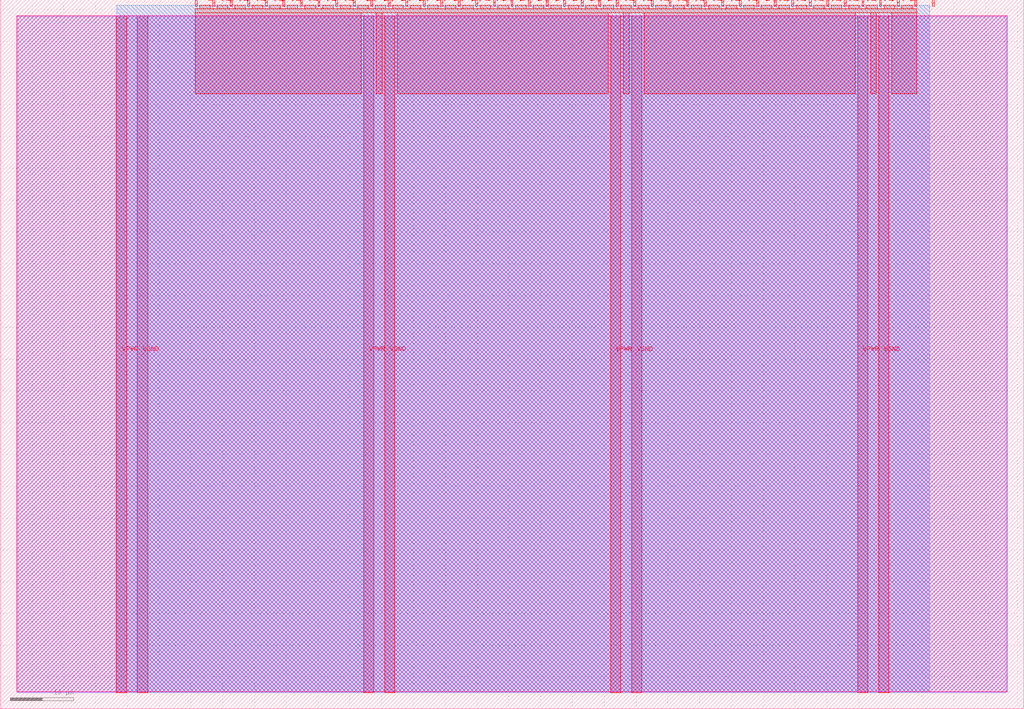
<source format=lef>
VERSION 5.7 ;
  NOWIREEXTENSIONATPIN ON ;
  DIVIDERCHAR "/" ;
  BUSBITCHARS "[]" ;
MACRO tt_um_perceptron_mtchun
  CLASS BLOCK ;
  FOREIGN tt_um_perceptron_mtchun ;
  ORIGIN 0.000 0.000 ;
  SIZE 161.000 BY 111.520 ;
  PIN VGND
    DIRECTION INOUT ;
    USE GROUND ;
    PORT
      LAYER met4 ;
        RECT 21.580 2.480 23.180 109.040 ;
    END
    PORT
      LAYER met4 ;
        RECT 60.450 2.480 62.050 109.040 ;
    END
    PORT
      LAYER met4 ;
        RECT 99.320 2.480 100.920 109.040 ;
    END
    PORT
      LAYER met4 ;
        RECT 138.190 2.480 139.790 109.040 ;
    END
  END VGND
  PIN VPWR
    DIRECTION INOUT ;
    USE POWER ;
    PORT
      LAYER met4 ;
        RECT 18.280 2.480 19.880 109.040 ;
    END
    PORT
      LAYER met4 ;
        RECT 57.150 2.480 58.750 109.040 ;
    END
    PORT
      LAYER met4 ;
        RECT 96.020 2.480 97.620 109.040 ;
    END
    PORT
      LAYER met4 ;
        RECT 134.890 2.480 136.490 109.040 ;
    END
  END VPWR
  PIN clk
    DIRECTION INPUT ;
    USE SIGNAL ;
    ANTENNAGATEAREA 0.852000 ;
    PORT
      LAYER met4 ;
        RECT 143.830 110.520 144.130 111.520 ;
    END
  END clk
  PIN ena
    DIRECTION INPUT ;
    USE SIGNAL ;
    PORT
      LAYER met4 ;
        RECT 146.590 110.520 146.890 111.520 ;
    END
  END ena
  PIN rst_n
    DIRECTION INPUT ;
    USE SIGNAL ;
    ANTENNAGATEAREA 0.213000 ;
    PORT
      LAYER met4 ;
        RECT 141.070 110.520 141.370 111.520 ;
    END
  END rst_n
  PIN ui_in[0]
    DIRECTION INPUT ;
    USE SIGNAL ;
    ANTENNAGATEAREA 0.126000 ;
    PORT
      LAYER met4 ;
        RECT 138.310 110.520 138.610 111.520 ;
    END
  END ui_in[0]
  PIN ui_in[1]
    DIRECTION INPUT ;
    USE SIGNAL ;
    ANTENNAGATEAREA 0.196500 ;
    PORT
      LAYER met4 ;
        RECT 135.550 110.520 135.850 111.520 ;
    END
  END ui_in[1]
  PIN ui_in[2]
    DIRECTION INPUT ;
    USE SIGNAL ;
    ANTENNAGATEAREA 0.196500 ;
    PORT
      LAYER met4 ;
        RECT 132.790 110.520 133.090 111.520 ;
    END
  END ui_in[2]
  PIN ui_in[3]
    DIRECTION INPUT ;
    USE SIGNAL ;
    ANTENNAGATEAREA 0.196500 ;
    PORT
      LAYER met4 ;
        RECT 130.030 110.520 130.330 111.520 ;
    END
  END ui_in[3]
  PIN ui_in[4]
    DIRECTION INPUT ;
    USE SIGNAL ;
    ANTENNAGATEAREA 0.126000 ;
    PORT
      LAYER met4 ;
        RECT 127.270 110.520 127.570 111.520 ;
    END
  END ui_in[4]
  PIN ui_in[5]
    DIRECTION INPUT ;
    USE SIGNAL ;
    ANTENNAGATEAREA 0.196500 ;
    PORT
      LAYER met4 ;
        RECT 124.510 110.520 124.810 111.520 ;
    END
  END ui_in[5]
  PIN ui_in[6]
    DIRECTION INPUT ;
    USE SIGNAL ;
    ANTENNAGATEAREA 0.196500 ;
    PORT
      LAYER met4 ;
        RECT 121.750 110.520 122.050 111.520 ;
    END
  END ui_in[6]
  PIN ui_in[7]
    DIRECTION INPUT ;
    USE SIGNAL ;
    ANTENNAGATEAREA 0.126000 ;
    PORT
      LAYER met4 ;
        RECT 118.990 110.520 119.290 111.520 ;
    END
  END ui_in[7]
  PIN uio_in[0]
    DIRECTION INPUT ;
    USE SIGNAL ;
    PORT
      LAYER met4 ;
        RECT 116.230 110.520 116.530 111.520 ;
    END
  END uio_in[0]
  PIN uio_in[1]
    DIRECTION INPUT ;
    USE SIGNAL ;
    PORT
      LAYER met4 ;
        RECT 113.470 110.520 113.770 111.520 ;
    END
  END uio_in[1]
  PIN uio_in[2]
    DIRECTION INPUT ;
    USE SIGNAL ;
    PORT
      LAYER met4 ;
        RECT 110.710 110.520 111.010 111.520 ;
    END
  END uio_in[2]
  PIN uio_in[3]
    DIRECTION INPUT ;
    USE SIGNAL ;
    PORT
      LAYER met4 ;
        RECT 107.950 110.520 108.250 111.520 ;
    END
  END uio_in[3]
  PIN uio_in[4]
    DIRECTION INPUT ;
    USE SIGNAL ;
    PORT
      LAYER met4 ;
        RECT 105.190 110.520 105.490 111.520 ;
    END
  END uio_in[4]
  PIN uio_in[5]
    DIRECTION INPUT ;
    USE SIGNAL ;
    PORT
      LAYER met4 ;
        RECT 102.430 110.520 102.730 111.520 ;
    END
  END uio_in[5]
  PIN uio_in[6]
    DIRECTION INPUT ;
    USE SIGNAL ;
    PORT
      LAYER met4 ;
        RECT 99.670 110.520 99.970 111.520 ;
    END
  END uio_in[6]
  PIN uio_in[7]
    DIRECTION INPUT ;
    USE SIGNAL ;
    PORT
      LAYER met4 ;
        RECT 96.910 110.520 97.210 111.520 ;
    END
  END uio_in[7]
  PIN uio_oe[0]
    DIRECTION OUTPUT ;
    USE SIGNAL ;
    PORT
      LAYER met4 ;
        RECT 49.990 110.520 50.290 111.520 ;
    END
  END uio_oe[0]
  PIN uio_oe[1]
    DIRECTION OUTPUT ;
    USE SIGNAL ;
    PORT
      LAYER met4 ;
        RECT 47.230 110.520 47.530 111.520 ;
    END
  END uio_oe[1]
  PIN uio_oe[2]
    DIRECTION OUTPUT ;
    USE SIGNAL ;
    PORT
      LAYER met4 ;
        RECT 44.470 110.520 44.770 111.520 ;
    END
  END uio_oe[2]
  PIN uio_oe[3]
    DIRECTION OUTPUT ;
    USE SIGNAL ;
    PORT
      LAYER met4 ;
        RECT 41.710 110.520 42.010 111.520 ;
    END
  END uio_oe[3]
  PIN uio_oe[4]
    DIRECTION OUTPUT ;
    USE SIGNAL ;
    PORT
      LAYER met4 ;
        RECT 38.950 110.520 39.250 111.520 ;
    END
  END uio_oe[4]
  PIN uio_oe[5]
    DIRECTION OUTPUT ;
    USE SIGNAL ;
    PORT
      LAYER met4 ;
        RECT 36.190 110.520 36.490 111.520 ;
    END
  END uio_oe[5]
  PIN uio_oe[6]
    DIRECTION OUTPUT ;
    USE SIGNAL ;
    PORT
      LAYER met4 ;
        RECT 33.430 110.520 33.730 111.520 ;
    END
  END uio_oe[6]
  PIN uio_oe[7]
    DIRECTION OUTPUT ;
    USE SIGNAL ;
    PORT
      LAYER met4 ;
        RECT 30.670 110.520 30.970 111.520 ;
    END
  END uio_oe[7]
  PIN uio_out[0]
    DIRECTION OUTPUT ;
    USE SIGNAL ;
    PORT
      LAYER met4 ;
        RECT 72.070 110.520 72.370 111.520 ;
    END
  END uio_out[0]
  PIN uio_out[1]
    DIRECTION OUTPUT ;
    USE SIGNAL ;
    PORT
      LAYER met4 ;
        RECT 69.310 110.520 69.610 111.520 ;
    END
  END uio_out[1]
  PIN uio_out[2]
    DIRECTION OUTPUT ;
    USE SIGNAL ;
    PORT
      LAYER met4 ;
        RECT 66.550 110.520 66.850 111.520 ;
    END
  END uio_out[2]
  PIN uio_out[3]
    DIRECTION OUTPUT ;
    USE SIGNAL ;
    PORT
      LAYER met4 ;
        RECT 63.790 110.520 64.090 111.520 ;
    END
  END uio_out[3]
  PIN uio_out[4]
    DIRECTION OUTPUT ;
    USE SIGNAL ;
    PORT
      LAYER met4 ;
        RECT 61.030 110.520 61.330 111.520 ;
    END
  END uio_out[4]
  PIN uio_out[5]
    DIRECTION OUTPUT ;
    USE SIGNAL ;
    PORT
      LAYER met4 ;
        RECT 58.270 110.520 58.570 111.520 ;
    END
  END uio_out[5]
  PIN uio_out[6]
    DIRECTION OUTPUT ;
    USE SIGNAL ;
    PORT
      LAYER met4 ;
        RECT 55.510 110.520 55.810 111.520 ;
    END
  END uio_out[6]
  PIN uio_out[7]
    DIRECTION OUTPUT ;
    USE SIGNAL ;
    ANTENNADIFFAREA 0.445500 ;
    PORT
      LAYER met4 ;
        RECT 52.750 110.520 53.050 111.520 ;
    END
  END uio_out[7]
  PIN uo_out[0]
    DIRECTION OUTPUT ;
    USE SIGNAL ;
    ANTENNAGATEAREA 0.247500 ;
    ANTENNADIFFAREA 0.445500 ;
    PORT
      LAYER met4 ;
        RECT 94.150 110.520 94.450 111.520 ;
    END
  END uo_out[0]
  PIN uo_out[1]
    DIRECTION OUTPUT ;
    USE SIGNAL ;
    ANTENNAGATEAREA 0.247500 ;
    ANTENNADIFFAREA 0.445500 ;
    PORT
      LAYER met4 ;
        RECT 91.390 110.520 91.690 111.520 ;
    END
  END uo_out[1]
  PIN uo_out[2]
    DIRECTION OUTPUT ;
    USE SIGNAL ;
    ANTENNAGATEAREA 0.247500 ;
    ANTENNADIFFAREA 0.445500 ;
    PORT
      LAYER met4 ;
        RECT 88.630 110.520 88.930 111.520 ;
    END
  END uo_out[2]
  PIN uo_out[3]
    DIRECTION OUTPUT ;
    USE SIGNAL ;
    ANTENNAGATEAREA 0.126000 ;
    ANTENNADIFFAREA 0.445500 ;
    PORT
      LAYER met4 ;
        RECT 85.870 110.520 86.170 111.520 ;
    END
  END uo_out[3]
  PIN uo_out[4]
    DIRECTION OUTPUT ;
    USE SIGNAL ;
    ANTENNAGATEAREA 0.126000 ;
    ANTENNADIFFAREA 0.445500 ;
    PORT
      LAYER met4 ;
        RECT 83.110 110.520 83.410 111.520 ;
    END
  END uo_out[4]
  PIN uo_out[5]
    DIRECTION OUTPUT ;
    USE SIGNAL ;
    ANTENNAGATEAREA 0.126000 ;
    ANTENNADIFFAREA 0.445500 ;
    PORT
      LAYER met4 ;
        RECT 80.350 110.520 80.650 111.520 ;
    END
  END uo_out[5]
  PIN uo_out[6]
    DIRECTION OUTPUT ;
    USE SIGNAL ;
    ANTENNAGATEAREA 0.126000 ;
    ANTENNADIFFAREA 0.445500 ;
    PORT
      LAYER met4 ;
        RECT 77.590 110.520 77.890 111.520 ;
    END
  END uo_out[6]
  PIN uo_out[7]
    DIRECTION OUTPUT ;
    USE SIGNAL ;
    ANTENNAGATEAREA 0.495000 ;
    ANTENNADIFFAREA 0.891000 ;
    PORT
      LAYER met4 ;
        RECT 74.830 110.520 75.130 111.520 ;
    END
  END uo_out[7]
  OBS
      LAYER nwell ;
        RECT 2.570 2.635 158.430 108.990 ;
      LAYER li1 ;
        RECT 2.760 2.635 158.240 108.885 ;
      LAYER met1 ;
        RECT 2.760 2.480 158.240 109.040 ;
      LAYER met2 ;
        RECT 18.310 2.535 146.190 110.685 ;
      LAYER met3 ;
        RECT 18.290 2.555 146.215 110.665 ;
      LAYER met4 ;
        RECT 31.370 110.120 33.030 110.665 ;
        RECT 34.130 110.120 35.790 110.665 ;
        RECT 36.890 110.120 38.550 110.665 ;
        RECT 39.650 110.120 41.310 110.665 ;
        RECT 42.410 110.120 44.070 110.665 ;
        RECT 45.170 110.120 46.830 110.665 ;
        RECT 47.930 110.120 49.590 110.665 ;
        RECT 50.690 110.120 52.350 110.665 ;
        RECT 53.450 110.120 55.110 110.665 ;
        RECT 56.210 110.120 57.870 110.665 ;
        RECT 58.970 110.120 60.630 110.665 ;
        RECT 61.730 110.120 63.390 110.665 ;
        RECT 64.490 110.120 66.150 110.665 ;
        RECT 67.250 110.120 68.910 110.665 ;
        RECT 70.010 110.120 71.670 110.665 ;
        RECT 72.770 110.120 74.430 110.665 ;
        RECT 75.530 110.120 77.190 110.665 ;
        RECT 78.290 110.120 79.950 110.665 ;
        RECT 81.050 110.120 82.710 110.665 ;
        RECT 83.810 110.120 85.470 110.665 ;
        RECT 86.570 110.120 88.230 110.665 ;
        RECT 89.330 110.120 90.990 110.665 ;
        RECT 92.090 110.120 93.750 110.665 ;
        RECT 94.850 110.120 96.510 110.665 ;
        RECT 97.610 110.120 99.270 110.665 ;
        RECT 100.370 110.120 102.030 110.665 ;
        RECT 103.130 110.120 104.790 110.665 ;
        RECT 105.890 110.120 107.550 110.665 ;
        RECT 108.650 110.120 110.310 110.665 ;
        RECT 111.410 110.120 113.070 110.665 ;
        RECT 114.170 110.120 115.830 110.665 ;
        RECT 116.930 110.120 118.590 110.665 ;
        RECT 119.690 110.120 121.350 110.665 ;
        RECT 122.450 110.120 124.110 110.665 ;
        RECT 125.210 110.120 126.870 110.665 ;
        RECT 127.970 110.120 129.630 110.665 ;
        RECT 130.730 110.120 132.390 110.665 ;
        RECT 133.490 110.120 135.150 110.665 ;
        RECT 136.250 110.120 137.910 110.665 ;
        RECT 139.010 110.120 140.670 110.665 ;
        RECT 141.770 110.120 143.430 110.665 ;
        RECT 30.655 109.440 144.145 110.120 ;
        RECT 30.655 96.735 56.750 109.440 ;
        RECT 59.150 96.735 60.050 109.440 ;
        RECT 62.450 96.735 95.620 109.440 ;
        RECT 98.020 96.735 98.920 109.440 ;
        RECT 101.320 96.735 134.490 109.440 ;
        RECT 136.890 96.735 137.790 109.440 ;
        RECT 140.190 96.735 144.145 109.440 ;
  END
END tt_um_perceptron_mtchun
END LIBRARY


</source>
